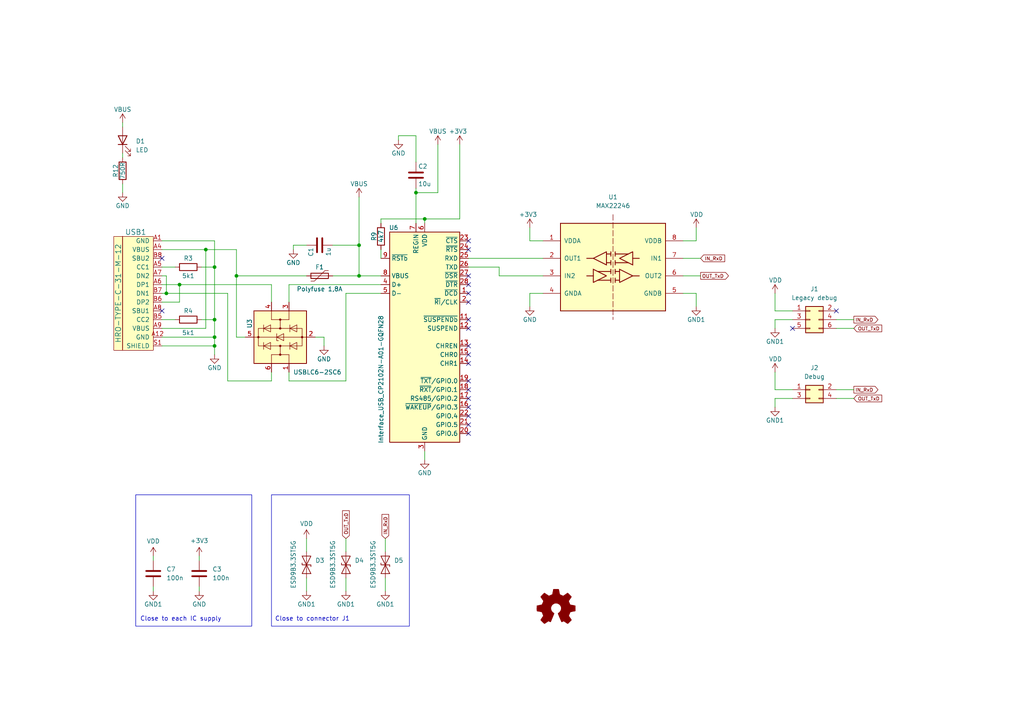
<source format=kicad_sch>
(kicad_sch (version 20231120) (generator "eeschema") (generator_version "8.0")
  (paper "A4")
  (title_block (title "Galvanic isolated USB to serial TTL converter") (rev "1") (company "Anders Sandahl"))
  (lib_symbols
    (symbol "Connector_Generic:Conn_02x02_Odd_Even" (pin_names (offset 1.016) hide)
      (property "Reference" "J" (at 1.27 2.54 0))
      (property "Value" "Conn_02x02_Odd_Even" (at 1.27 -5.08 0))
      (symbol "Conn_02x02_Odd_Even_1_1"
        (rectangle (start -1.27 -2.413) (end 0 -2.667) (stroke (width 0.1524)))
        (rectangle (start -1.27 0.127) (end 0 -0.127) (stroke (width 0.1524)))
        (rectangle (start -1.27 1.27) (end 3.81 -3.81) (stroke (width 0.254)) (fill (type background)))
        (rectangle (start 3.81 -2.413) (end 2.54 -2.667) (stroke (width 0.1524)))
        (rectangle (start 3.81 0.127) (end 2.54 -0.127) (stroke (width 0.1524)))
        (pin passive line (at -5.08 0 0) (length 3.81) (name "Pin_1") (number "1"))
        (pin passive line (at 7.62 0 180) (length 3.81) (name "Pin_2") (number "2"))
        (pin passive line (at -5.08 -2.54 0) (length 3.81) (name "Pin_3") (number "3"))
        (pin passive line (at 7.62 -2.54 180) (length 3.81) (name "Pin_4") (number "4"))
      )
    )
    (symbol "Connector_Generic:Conn_02x03_Odd_Even" (pin_names (offset 1.016) hide)
      (property "Reference" "J" (at 1.27 5.08 0))
      (property "Value" "Conn_02x03_Odd_Even" (at 1.27 -5.08 0))
      (symbol "Conn_02x03_Odd_Even_1_1"
        (rectangle (start -1.27 -2.413) (end 0 -2.667) (stroke (width 0.1524)))
        (rectangle (start -1.27 0.127) (end 0 -0.127) (stroke (width 0.1524)))
        (rectangle (start -1.27 2.667) (end 0 2.413) (stroke (width 0.1524)))
        (rectangle (start -1.27 3.81) (end 3.81 -3.81) (stroke (width 0.254)) (fill (type background)))
        (rectangle (start 3.81 -2.413) (end 2.54 -2.667) (stroke (width 0.1524)))
        (rectangle (start 3.81 0.127) (end 2.54 -0.127) (stroke (width 0.1524)))
        (rectangle (start 3.81 2.667) (end 2.54 2.413) (stroke (width 0.1524)))
        (pin passive line (at -5.08 2.54 0) (length 3.81) (name "Pin_1") (number "1"))
        (pin passive line (at 7.62 2.54 180) (length 3.81) (name "Pin_2") (number "2"))
        (pin passive line (at -5.08 0 0) (length 3.81) (name "Pin_3") (number "3"))
        (pin passive line (at 7.62 0 180) (length 3.81) (name "Pin_4") (number "4"))
        (pin passive line (at -5.08 -2.54 0) (length 3.81) (name "Pin_5") (number "5"))
        (pin passive line (at 7.62 -2.54 180) (length 3.81) (name "Pin_6") (number "6"))
      )
    )
    (symbol "Daldebug01-rescue:CP2102N-A01-GQFN28-Interface_USB"
      (property "Reference" "U" (at -7.62 31.75 0))
      (property "Value" "Interface_USB_CP2102N-A01-GQFN28" (at 26.67 31.75 0))
      (symbol "CP2102N-A01-GQFN28-Interface_USB_0_1"
        (rectangle (start -10.16 30.48) (end 10.16 -30.48) (stroke (width 0.254)) (fill (type background)))
      )
      (symbol "CP2102N-A01-GQFN28-Interface_USB_1_1"
        (pin input line (at 12.7 12.7 180) (length 2.54) (name "~{DCD}") (number "1"))
        (pin no_connect line (at -10.16 -10.16 0) (length 2.54) hide (name "NC") (number "10"))
        (pin output line (at 12.7 5.08 180) (length 2.54) (name "~{SUSPENDb}") (number "11"))
        (pin output line (at 12.7 2.54 180) (length 2.54) (name "SUSPEND") (number "12"))
        (pin output line (at 12.7 -2.54 180) (length 2.54) (name "CHREN") (number "13"))
        (pin output line (at 12.7 -7.62 180) (length 2.54) (name "CHR1") (number "14"))
        (pin output line (at 12.7 -5.08 180) (length 2.54) (name "CHR0") (number "15"))
        (pin bidirectional line (at 12.7 -20.32 180) (length 2.54) (name "~{WAKEUP}/GPIO.3") (number "16"))
        (pin bidirectional line (at 12.7 -17.78 180) (length 2.54) (name "RS485/GPIO.2") (number "17"))
        (pin bidirectional line (at 12.7 -15.24 180) (length 2.54) (name "~{RXT}/GPIO.1") (number "18"))
        (pin bidirectional line (at 12.7 -12.7 180) (length 2.54) (name "~{TXT}/GPIO.0") (number "19"))
        (pin bidirectional line (at 12.7 10.16 180) (length 2.54) (name "~{RI}/CLK") (number "2"))
        (pin bidirectional line (at 12.7 -27.94 180) (length 2.54) (name "GPIO.6") (number "20"))
        (pin bidirectional line (at 12.7 -25.4 180) (length 2.54) (name "GPIO.5") (number "21"))
        (pin bidirectional line (at 12.7 -22.86 180) (length 2.54) (name "GPIO.4") (number "22"))
        (pin input line (at 12.7 27.94 180) (length 2.54) (name "~{CTS}") (number "23"))
        (pin output line (at 12.7 25.4 180) (length 2.54) (name "~{RTS}") (number "24"))
        (pin input line (at 12.7 22.86 180) (length 2.54) (name "RXD") (number "25"))
        (pin output line (at 12.7 20.32 180) (length 2.54) (name "TXD") (number "26"))
        (pin input line (at 12.7 17.78 180) (length 2.54) (name "~{DSR}") (number "27"))
        (pin output line (at 12.7 15.24 180) (length 2.54) (name "~{DTR}") (number "28"))
        (pin passive line (at 0 -33.02 90) (length 2.54) hide (name "GND") (number "29"))
        (pin power_in line (at 0 -33.02 90) (length 2.54) (name "GND") (number "3"))
        (pin bidirectional line (at -12.7 15.24 0) (length 2.54) (name "D+") (number "4"))
        (pin bidirectional line (at -12.7 12.7 0) (length 2.54) (name "D-") (number "5"))
        (pin passive line (at 0 33.02 270) (length 2.54) (name "VDD") (number "6"))
        (pin power_in line (at -2.54 33.02 270) (length 2.54) (name "REGIN") (number "7"))
        (pin input line (at -12.7 17.78 0) (length 2.54) (name "VBUS") (number "8"))
        (pin input line (at -12.7 22.86 0) (length 2.54) (name "~{RSTb}") (number "9"))
      )
    )
    (symbol "Device:C" (pin_numbers hide) (pin_names (offset 0.254))
      (property "Reference" "C" (at 0.635 2.54 0))
      (property "Value" "C" (at 0.635 -2.54 0))
      (symbol "C_0_1"
        (polyline (pts (xy -2.032 -0.762) (xy 2.032 -0.762)) (stroke (width 0.508)))
        (polyline (pts (xy -2.032 0.762) (xy 2.032 0.762)) (stroke (width 0.508)))
      )
      (symbol "C_1_1"
        (pin passive line (at 0 3.81 270) (length 2.794) (name "~") (number "1"))
        (pin passive line (at 0 -3.81 90) (length 2.794) (name "~") (number "2"))
      )
    )
    (symbol "Device:LED" (pin_numbers hide) (pin_names (offset 1.016) hide)
      (property "Reference" "D" (at 0 2.54 0))
      (property "Value" "LED" (at 0 -2.54 0))
      (symbol "LED_0_1"
        (polyline (pts (xy -1.27 -1.27) (xy -1.27 1.27)) (stroke (width 0.254)))
        (polyline (pts (xy -1.27 0) (xy 1.27 0)))
        (polyline (pts (xy 1.27 -1.27) (xy 1.27 1.27) (xy -1.27 0) (xy 1.27 -1.27)) (stroke (width 0.254)))
        (polyline (pts (xy -3.048 -0.762) (xy -4.572 -2.286) (xy -3.81 -2.286) (xy -4.572 -2.286) (xy -4.572 -1.524)))
        (polyline (pts (xy -1.778 -0.762) (xy -3.302 -2.286) (xy -2.54 -2.286) (xy -3.302 -2.286) (xy -3.302 -1.524)))
      )
      (symbol "LED_1_1"
        (pin passive line (at -3.81 0 0) (length 2.54) (name "K") (number "1"))
        (pin passive line (at 3.81 0 180) (length 2.54) (name "A") (number "2"))
      )
    )
    (symbol "Device:Polyfuse" (pin_numbers hide) (pin_names (offset 0))
      (property "Reference" "F" (at -2.54 0 90))
      (property "Value" "Polyfuse" (at 2.54 0 90))
      (symbol "Polyfuse_0_1"
        (rectangle (start -0.762 2.54) (end 0.762 -2.54) (stroke (width 0.254)))
        (polyline (pts (xy 0 2.54) (xy 0 -2.54)))
        (polyline (pts (xy -1.524 2.54) (xy -1.524 1.524) (xy 1.524 -1.524) (xy 1.524 -2.54)))
      )
      (symbol "Polyfuse_1_1"
        (pin passive line (at 0 3.81 270) (length 1.27) (name "~") (number "1"))
        (pin passive line (at 0 -3.81 90) (length 1.27) (name "~") (number "2"))
      )
    )
    (symbol "Device:R" (pin_numbers hide) (pin_names (offset 0))
      (property "Reference" "R" (at 2.032 0 90))
      (property "Value" "R" (at 0 0 90))
      (symbol "R_0_1"
        (rectangle (start -1.016 -2.54) (end 1.016 2.54) (stroke (width 0.254)))
      )
      (symbol "R_1_1"
        (pin passive line (at 0 3.81 270) (length 1.27) (name "~") (number "1"))
        (pin passive line (at 0 -3.81 90) (length 1.27) (name "~") (number "2"))
      )
    )
    (symbol "Diode:ESD9B3.3ST5G" (pin_numbers hide) (pin_names (offset 1.016) hide)
      (property "Reference" "D" (at 0 2.54 0))
      (property "Value" "ESD9B3.3ST5G" (at 0 -2.54 0))
      (symbol "ESD9B3.3ST5G_0_1"
        (polyline (pts (xy 1.27 0) (xy -1.27 0)))
        (polyline (pts (xy -2.54 -1.27) (xy 0 0) (xy -2.54 1.27) (xy -2.54 -1.27)) (stroke (width 0.2032)))
        (polyline (pts (xy 0.508 1.27) (xy 0 1.27) (xy 0 -1.27) (xy -0.508 -1.27)) (stroke (width 0.2032)))
        (polyline (pts (xy 2.54 1.27) (xy 2.54 -1.27) (xy 0 0) (xy 2.54 1.27)) (stroke (width 0.2032)))
      )
      (symbol "ESD9B3.3ST5G_1_1"
        (pin passive line (at -3.81 0 0) (length 2.54) (name "A1") (number "1"))
        (pin passive line (at 3.81 0 180) (length 2.54) (name "A2") (number "2"))
      )
    )
    (symbol "Graphic:Logo_Open_Hardware_Small" (in_bom no) (on_board no)
      (symbol "Logo_Open_Hardware_Small_0_1"
        (polyline (pts (xy 3.3528 -4.3434) (xy 3.302 -4.318) (xy 3.175 -4.2418) (xy 2.9972 -4.1148) (xy 2.7686 -3.9624) (xy 2.54 -3.81) (xy 2.3622 -3.7084) (xy 2.2352 -3.6068) (xy 2.1844 -3.5814) (xy 2.159 -3.6068) (xy 2.0574 -3.6576) (xy 1.905 -3.7338) (xy 1.8034 -3.7846) (xy 1.6764 -3.8354) (xy 1.6002 -3.8354) (xy 1.6002 -3.8354) (xy 1.5494 -3.7338) (xy 1.4732 -3.5306) (xy 1.3462 -3.302) (xy 1.2446 -3.0226) (xy 1.1176 -2.7178) (xy 0.9652 -2.413) (xy 0.8636 -2.1082) (xy 0.7366 -1.8288) (xy 0.6604 -1.6256) (xy 0.6096 -1.4732) (xy 0.5842 -1.397) (xy 0.5842 -1.397) (xy 0.6604 -1.3208) (xy 0.7874 -1.2446) (xy 1.0414 -1.016) (xy 1.2954 -0.6858) (xy 1.4478 -0.3302) (xy 1.524 0.0762) (xy 1.4732 0.4572) (xy 1.3208 0.8128) (xy 1.0668 1.143) (xy 0.762 1.3716) (xy 0.4064 1.524) (xy 0 1.5748) (xy -0.381 1.5494) (xy -0.7366 1.397) (xy -1.0668 1.143) (xy -1.2192 0.9906) (xy -1.397 0.6604) (xy -1.524 0.3048) (xy -1.524 0.2286) (xy -1.4986 -0.1778) (xy -1.397 -0.5334) (xy -1.1938 -0.8636) (xy -0.9144 -1.143) (xy -0.8636 -1.1684) (xy -0.7366 -1.27) (xy -0.635 -1.3462) (xy -0.5842 -1.397) (xy -1.0668 -2.5908) (xy -1.143 -2.794) (xy -1.2954 -3.1242) (xy -1.397 -3.4036) (xy -1.4986 -3.6322) (xy -1.5748 -3.7846) (xy -1.6002 -3.8354) (xy -1.6002 -3.8354) (xy -1.651 -3.8354) (xy -1.7272 -3.81) (xy -1.905 -3.7338) (xy -2.0066 -3.683) (xy -2.1336 -3.6068) (xy -2.2098 -3.5814) (xy -2.2606 -3.6068) (xy -2.3622 -3.683) (xy -2.54 -3.81) (xy -2.7686 -3.9624) (xy -2.9718 -4.0894) (xy -3.1496 -4.2164) (xy -3.302 -4.318) (xy -3.3528 -4.3434) (xy -3.3782 -4.3434) (xy -3.429 -4.318) (xy -3.5306 -4.2164) (xy -3.7084 -4.064) (xy -3.937 -3.8354) (xy -3.9624 -3.81) (xy -4.1656 -3.6068) (xy -4.318 -3.4544) (xy -4.4196 -3.3274) (xy -4.445 -3.2766) (xy -4.445 -3.2766) (xy -4.4196 -3.2258) (xy -4.318 -3.0734) (xy -4.2164 -2.8956) (xy -4.064 -2.667) (xy -3.6576 -2.0828) (xy -3.8862 -1.5494) (xy -3.937 -1.3716) (xy -4.0386 -1.1684) (xy -4.0894 -1.0414) (xy -4.1148 -0.9652) (xy -4.191 -0.9398) (xy -4.318 -0.9144) (xy -4.5466 -0.8636) (xy -4.8006 -0.8128) (xy -5.0546 -0.7874) (xy -5.2578 -0.7366) (xy -5.4356 -0.7112) (xy -5.5118 -0.6858) (xy -5.5118 -0.6858) (xy -5.5372 -0.635) (xy -5.5372 -0.5588) (xy -5.5372 -0.4318) (xy -5.5626 -0.2286) (xy -5.5626 0.0762) (xy -5.5626 0.127) (xy -5.5372 0.4064) (xy -5.5372 0.635) (xy -5.5372 0.762) (xy -5.5372 0.8382) (xy -5.5372 0.8382) (xy -5.461 0.8382) (xy -5.3086 0.889) (xy -5.08 0.9144) (xy -4.826 0.9652) (xy -4.8006 0.9906) (xy -4.5466 1.0414) (xy -4.318 1.0668) (xy -4.1656 1.1176) (xy -4.0894 1.143) (xy -4.0894 1.143) (xy -4.0386 1.2446) (xy -3.9624 1.4224) (xy -3.8608 1.6256) (xy -3.7846 1.8288) (xy -3.7084 2.0066) (xy -3.6576 2.159) (xy -3.6322 2.2098) (xy -3.6322 2.2098) (xy -3.683 2.286) (xy -3.7592 2.413) (xy -3.8862 2.5908) (xy -4.064 2.8194) (xy -4.064 2.8448) (xy -4.2164 3.0734) (xy -4.3434 3.2512) (xy -4.4196 3.3782) (xy -4.445 3.4544) (xy -4.445 3.4544) (xy -4.3942 3.5052) (xy -4.2926 3.6322) (xy -4.1148 3.81) (xy -3.937 4.0132) (xy -3.8608 4.064) (xy -3.6576 4.2926) (xy -3.5052 4.4196) (xy -3.4036 4.4958) (xy -3.3528 4.5212) (xy -3.3528 4.5212) (xy -3.302 4.4704) (xy -3.1496 4.3688) (xy -2.9718 4.2418) (xy -2.7432 4.0894) (xy -2.7178 4.0894) (xy -2.4892 3.937) (xy -2.3114 3.81) (xy -2.1844 3.7084) (xy -2.1336 3.683) (xy -2.1082 3.683) (xy -2.032 3.7084) (xy -1.8542 3.7592) (xy -1.6764 3.8354) (xy -1.4732 3.937) (xy -1.27 4.0132) (xy -1.143 4.064) (xy -1.0668 4.1148) (xy -1.0668 4.1148) (xy -1.0414 4.191) (xy -1.016 4.3434) (xy -0.9652 4.572) (xy -0.9144 4.8514) (xy -0.889 4.9022) (xy -0.8382 5.1562) (xy -0.8128 5.3848) (xy -0.7874 5.5372) (xy -0.762 5.588) (xy -0.7112 5.6134) (xy -0.5842 5.6134) (xy -0.4064 5.6134) (xy -0.1524 5.6134) (xy 0.0762 5.6134) (xy 0.3302 5.6134) (xy 0.5334 5.6134) (xy 0.6858 5.588) (xy 0.7366 5.588) (xy 0.7366 5.588) (xy 0.762 5.5118) (xy 0.8128 5.334) (xy 0.8382 5.1054) (xy 0.9144 4.826) (xy 0.9144 4.7752) (xy 0.9652 4.5212) (xy 1.016 4.2926) (xy 1.0414 4.1402) (xy 1.0668 4.0894) (xy 1.0668 4.0894) (xy 1.1938 4.0386) (xy 1.3716 3.9624) (xy 1.5748 3.8608) (xy 2.0828 3.6576) (xy 2.7178 4.0894) (xy 2.7686 4.1402) (xy 2.9972 4.2926) (xy 3.175 4.4196) (xy 3.302 4.4958) (xy 3.3782 4.5212) (xy 3.3782 4.5212) (xy 3.429 4.4704) (xy 3.556 4.3434) (xy 3.7338 4.191) (xy 3.9116 3.9878) (xy 4.064 3.8354) (xy 4.2418 3.6576) (xy 4.3434 3.556) (xy 4.4196 3.4798) (xy 4.4196 3.429) (xy 4.4196 3.4036) (xy 4.3942 3.3274) (xy 4.2926 3.2004) (xy 4.1656 2.9972) (xy 4.0132 2.794) (xy 3.8862 2.5908) (xy 3.7592 2.3876) (xy 3.6576 2.2352) (xy 3.6322 2.159) (xy 3.6322 2.1336) (xy 3.683 2.0066) (xy 3.7592 1.8288) (xy 3.8608 1.6002) (xy 4.064 1.1176) (xy 4.3942 1.0414) (xy 4.5974 1.016) (xy 4.8768 0.9652) (xy 5.1308 0.9144) (xy 5.5372 0.8382) (xy 5.5626 -0.6604) (xy 5.4864 -0.6858) (xy 5.4356 -0.6858) (xy 5.2832 -0.7366) (xy 5.0546 -0.762) (xy 4.8006 -0.8128) (xy 4.5974 -0.8636) (xy 4.3688 -0.9144) (xy 4.2164 -0.9398) (xy 4.1402 -0.9398) (xy 4.1148 -0.9652) (xy 4.064 -1.0668) (xy 3.9878 -1.2446) (xy 3.9116 -1.4478) (xy 3.81 -1.651) (xy 3.7338 -1.8542) (xy 3.683 -2.0066) (xy 3.6576 -2.0828) (xy 3.683 -2.1336) (xy 3.7846 -2.2606) (xy 3.8862 -2.4638) (xy 4.0386 -2.667) (xy 4.191 -2.8956) (xy 4.318 -3.0734) (xy 4.3942 -3.2004) (xy 4.445 -3.2766) (xy 4.4196 -3.3274) (xy 4.3434 -3.429) (xy 4.1656 -3.5814) (xy 3.937 -3.8354) (xy 3.8862 -3.8608) (xy 3.683 -4.064) (xy 3.5306 -4.2164) (xy 3.4036 -4.318) (xy 3.3528 -4.3434)) (fill (type outline)))
      )
    )
    (symbol "Power_Protection:USBLC6-2SC6" (pin_names hide)
      (property "Reference" "U" (at 2.54 8.89 0))
      (property "Value" "USBLC6-2SC6" (at 2.54 -8.89 0))
      (symbol "USBLC6-2SC6_0_1"
        (rectangle (start -7.62 -7.62) (end 7.62 7.62) (stroke (width 0.254)) (fill (type background)))
        (circle (center -5.08 0) (radius 0.254) (fill (type outline)))
        (circle (center -2.54 0) (radius 0.254) (fill (type outline)))
        (rectangle (start -2.54 6.35) (end 2.54 -6.35))
        (circle (center 0 -6.35) (radius 0.254) (fill (type outline)))
        (polyline (pts (xy -5.08 -2.54) (xy -7.62 -2.54)))
        (polyline (pts (xy -5.08 0) (xy -5.08 -2.54)))
        (polyline (pts (xy -5.08 2.54) (xy -7.62 2.54)))
        (polyline (pts (xy -1.524 -2.794) (xy -3.556 -2.794)))
        (polyline (pts (xy -1.524 4.826) (xy -3.556 4.826)))
        (polyline (pts (xy 0 -7.62) (xy 0 -6.35)))
        (polyline (pts (xy 0 -6.35) (xy 0 1.27)))
        (polyline (pts (xy 0 1.27) (xy 0 6.35)))
        (polyline (pts (xy 0 6.35) (xy 0 7.62)))
        (polyline (pts (xy 1.524 -2.794) (xy 3.556 -2.794)))
        (polyline (pts (xy 1.524 4.826) (xy 3.556 4.826)))
        (polyline (pts (xy 5.08 -2.54) (xy 7.62 -2.54)))
        (polyline (pts (xy 5.08 0) (xy 5.08 -2.54)))
        (polyline (pts (xy 5.08 2.54) (xy 7.62 2.54)))
        (polyline (pts (xy -2.54 0) (xy -5.08 0) (xy -5.08 2.54)))
        (polyline (pts (xy 2.54 0) (xy 5.08 0) (xy 5.08 2.54)))
        (polyline (pts (xy -3.556 -4.826) (xy -1.524 -4.826) (xy -2.54 -2.794) (xy -3.556 -4.826)))
        (polyline (pts (xy -3.556 2.794) (xy -1.524 2.794) (xy -2.54 4.826) (xy -3.556 2.794)))
        (polyline (pts (xy -1.016 -1.016) (xy 1.016 -1.016) (xy 0 1.016) (xy -1.016 -1.016)))
        (polyline (pts (xy 1.016 1.016) (xy 0.762 1.016) (xy -1.016 1.016) (xy -1.016 0.508)))
        (polyline (pts (xy 3.556 -4.826) (xy 1.524 -4.826) (xy 2.54 -2.794) (xy 3.556 -4.826)))
        (polyline (pts (xy 3.556 2.794) (xy 1.524 2.794) (xy 2.54 4.826) (xy 3.556 2.794)))
        (circle (center 0 6.35) (radius 0.254) (fill (type outline)))
        (circle (center 2.54 0) (radius 0.254) (fill (type outline)))
        (circle (center 5.08 0) (radius 0.254) (fill (type outline)))
      )
      (symbol "USBLC6-2SC6_1_1"
        (pin passive line (at -10.16 -2.54 0) (length 2.54) (name "I/O1") (number "1"))
        (pin passive line (at 0 -10.16 90) (length 2.54) (name "GND") (number "2"))
        (pin passive line (at 10.16 -2.54 180) (length 2.54) (name "I/O2") (number "3"))
        (pin passive line (at 10.16 2.54 180) (length 2.54) (name "I/O2") (number "4"))
        (pin passive line (at 0 10.16 270) (length 2.54) (name "VBUS") (number "5"))
        (pin passive line (at -10.16 2.54 0) (length 2.54) (name "I/O1") (number "6"))
      )
    )
    (symbol "anders:HRO-TYPE-C-31-M-12" (pin_names (offset 1.016))
      (property "Reference" "USB" (at -5.08 16.51 0))
      (property "Value" "HRO-TYPE-C-31-M-12" (at -10.16 -1.27 90))
      (symbol "HRO-TYPE-C-31-M-12_0_1"
        (rectangle (start -11.43 15.24) (end -8.89 -17.78) (fill (type background)))
        (rectangle (start -8.89 15.24) (end 0 -17.78) (fill (type background)))
      )
      (symbol "HRO-TYPE-C-31-M-12_1_1"
        (pin power_out line (at 2.54 13.97 180) (length 2.54) (name "GND") (number "A1"))
        (pin power_out line (at 2.54 -13.97 180) (length 2.54) (name "GND") (number "A12"))
        (pin power_out line (at 2.54 11.43 180) (length 2.54) (name "VBUS") (number "A4"))
        (pin input line (at 2.54 6.35 180) (length 2.54) (name "CC1") (number "A5"))
        (pin bidirectional line (at 2.54 1.27 180) (length 2.54) (name "DP1") (number "A6"))
        (pin bidirectional line (at 2.54 3.81 180) (length 2.54) (name "DN2") (number "A7"))
        (pin input line (at 2.54 -6.35 180) (length 2.54) (name "SBU1") (number "A8"))
        (pin power_out line (at 2.54 -11.43 180) (length 2.54) (name "VBUS") (number "A9"))
        (pin input line (at 2.54 -8.89 180) (length 2.54) (name "CC2") (number "B5"))
        (pin input line (at 2.54 -3.81 180) (length 2.54) (name "DP2") (number "B6"))
        (pin bidirectional line (at 2.54 -1.27 180) (length 2.54) (name "DN1") (number "B7"))
        (pin input line (at 2.54 8.89 180) (length 2.54) (name "SBU2") (number "B8"))
        (pin input line (at 2.54 -16.51 180) (length 2.54) (name "SHIELD") (number "S1"))
      )
    )
    (symbol "anders:MAX22246" (pin_names (offset 1.016))
      (property "Reference" "U" (at -2.54 15.875 0))
      (property "Value" "MAX22246" (at -2.54 13.97 0))
      (symbol "MAX22246_0_1"
        (rectangle (start -15.24 12.7) (end 15.24 -12.7) (stroke (width 0.254)) (fill (type background)))
        (polyline (pts (xy -7.62 2.54) (xy -5.715 2.54)) (stroke (width 0.254)))
        (polyline (pts (xy -5.715 -2.54) (xy -7.62 -2.54)) (stroke (width 0.254)))
        (polyline (pts (xy -4.445 -3.81) (xy -0.635 -3.81)) (stroke (width 0.254)))
        (polyline (pts (xy -4.445 -1.27) (xy -0.635 -1.27)) (stroke (width 0.254)))
        (polyline (pts (xy -1.905 1.27) (xy -0.635 1.27)) (stroke (width 0.254)))
        (polyline (pts (xy -1.905 3.81) (xy -0.635 3.81)) (stroke (width 0.254)))
        (polyline (pts (xy -0.635 -4.445) (xy -0.635 -3.175)) (stroke (width 0.254)))
        (polyline (pts (xy -0.635 -1.905) (xy -0.635 -0.635)) (stroke (width 0.254)))
        (polyline (pts (xy -0.635 0.635) (xy -0.635 1.905)) (stroke (width 0.254)))
        (polyline (pts (xy -0.635 3.175) (xy -0.635 4.445)) (stroke (width 0.254)))
        (polyline (pts (xy 0.635 -3.175) (xy 0.635 -4.445)) (stroke (width 0.254)))
        (polyline (pts (xy 0.635 -0.635) (xy 0.635 -1.905)) (stroke (width 0.254)))
        (polyline (pts (xy 0.635 1.905) (xy 0.635 0.635)) (stroke (width 0.254)))
        (polyline (pts (xy 0.635 4.445) (xy 0.635 3.175)) (stroke (width 0.254)))
        (polyline (pts (xy 1.905 -3.81) (xy 0.635 -3.81)) (stroke (width 0.254)))
        (polyline (pts (xy 1.905 -1.27) (xy 0.635 -1.27)) (stroke (width 0.254)))
        (polyline (pts (xy 4.445 1.27) (xy 0.635 1.27)) (stroke (width 0.254)))
        (polyline (pts (xy 4.445 3.81) (xy 0.635 3.81)) (stroke (width 0.254)))
        (polyline (pts (xy 5.715 2.54) (xy 7.62 2.54)) (stroke (width 0.254)))
        (polyline (pts (xy 7.62 -2.54) (xy 5.715 -2.54)) (stroke (width 0.254)))
        (polyline (pts (xy -5.715 -0.635) (xy -5.715 -4.445) (xy -1.905 -2.54) (xy -5.715 -0.635)) (stroke (width 0.254)))
        (polyline (pts (xy -1.905 0.635) (xy -1.905 4.445) (xy -5.715 2.54) (xy -1.905 0.635)) (stroke (width 0.254)))
        (polyline (pts (xy 1.905 -0.635) (xy 1.905 -4.445) (xy 5.715 -2.54) (xy 1.905 -0.635)) (stroke (width 0.254)))
        (polyline (pts (xy 5.715 0.635) (xy 5.715 4.445) (xy 1.905 2.54) (xy 5.715 0.635)) (stroke (width 0.254)))
      )
      (symbol "MAX22246_1_1"
        (polyline (pts (xy 0 15.24) (xy 0 -15.24)) (stroke (width 0) (type dash)))
        (pin power_in line (at -20.32 7.62 0) (length 5.08) (name "VDDA") (number "1"))
        (pin output line (at -20.32 2.54 0) (length 5.08) (name "OUT1") (number "2"))
        (pin input line (at -20.32 -2.54 0) (length 5.08) (name "IN2") (number "3"))
        (pin power_in line (at -20.32 -7.62 0) (length 5.08) (name "GNDA") (number "4"))
        (pin power_in line (at 20.32 -7.62 180) (length 5.08) (name "GNDB") (number "5"))
        (pin output line (at 20.32 -2.54 180) (length 5.08) (name "OUT2") (number "6"))
        (pin input line (at 20.32 2.54 180) (length 5.08) (name "IN1") (number "7"))
        (pin power_in line (at 20.32 7.62 180) (length 5.08) (name "VDDB") (number "8"))
      )
    )
    (symbol "power:+3V3" (power) (pin_names (offset 0))
      (property "Value" "+3V3" (at 0 3.556 0))
      (symbol "+3V3_0_1"
        (polyline (pts (xy -0.762 1.27) (xy 0 2.54)))
        (polyline (pts (xy 0 0) (xy 0 2.54)))
        (polyline (pts (xy 0 2.54) (xy 0.762 1.27)))
      )
      (symbol "+3V3_1_1"
        (pin power_in line (at 0 0 90) (length 0) hide (name "+3V3") (number "1"))
      )
    )
    (symbol "power:GND" (power) (pin_names (offset 0))
      (property "Value" "GND" (at 0 -3.81 0))
      (symbol "GND_0_1"
        (polyline (pts (xy 0 0) (xy 0 -1.27) (xy 1.27 -1.27) (xy 0 -2.54) (xy -1.27 -1.27) (xy 0 -1.27)))
      )
      (symbol "GND_1_1"
        (pin power_in line (at 0 0 270) (length 0) hide (name "GND") (number "1"))
      )
    )
    (symbol "power:GND1" (power) (pin_names (offset 0))
      (property "Value" "GND1" (at 0 -3.81 0))
      (symbol "GND1_0_1"
        (polyline (pts (xy 0 0) (xy 0 -1.27) (xy 1.27 -1.27) (xy 0 -2.54) (xy -1.27 -1.27) (xy 0 -1.27)))
      )
      (symbol "GND1_1_1"
        (pin power_in line (at 0 0 270) (length 0) hide (name "GND1") (number "1"))
      )
    )
    (symbol "power:VBUS" (power) (pin_names (offset 0))
      (property "Value" "VBUS" (at 0 3.81 0))
      (symbol "VBUS_0_1"
        (polyline (pts (xy -0.762 1.27) (xy 0 2.54)))
        (polyline (pts (xy 0 0) (xy 0 2.54)))
        (polyline (pts (xy 0 2.54) (xy 0.762 1.27)))
      )
      (symbol "VBUS_1_1"
        (pin power_in line (at 0 0 90) (length 0) hide (name "VBUS") (number "1"))
      )
    )
    (symbol "power:VDD" (power) (pin_names (offset 0))
      (property "Value" "VDD" (at 0 3.81 0))
      (symbol "VDD_0_1"
        (polyline (pts (xy -0.762 1.27) (xy 0 2.54)))
        (polyline (pts (xy 0 0) (xy 0 2.54)))
        (polyline (pts (xy 0 2.54) (xy 0.762 1.27)))
      )
      (symbol "VDD_1_1"
        (pin power_in line (at 0 0 90) (length 0) hide (name "VDD") (number "1"))
      )
    )
  )
  (junction (at 120.65 55.88))
  (junction (at 104.14 71.12))
  (junction (at 59.69 72.39))
  (junction (at 104.14 80.01))
  (junction (at 48.26 85.09))
  (junction (at 62.23 92.71))
  (junction (at 62.23 77.47))
  (junction (at 62.23 100.33))
  (junction (at 68.58 80.01))
  (junction (at 123.19 63.5))
  (junction (at 52.07 82.55))
  (junction (at 62.23 97.79))
  (no_connect (at 135.89 123.19))
  (no_connect (at 135.89 82.55))
  (no_connect (at 135.89 80.01))
  (no_connect (at 135.89 113.03))
  (no_connect (at 135.89 118.11))
  (no_connect (at 135.89 105.41))
  (no_connect (at 135.89 100.33))
  (no_connect (at 135.89 95.25))
  (no_connect (at 135.89 102.87))
  (no_connect (at 46.99 90.17))
  (no_connect (at 135.89 85.09))
  (no_connect (at 135.89 87.63))
  (no_connect (at 135.89 115.57))
  (no_connect (at 242.57 90.17))
  (no_connect (at 135.89 69.85))
  (no_connect (at 229.87 95.25))
  (no_connect (at 135.89 72.39))
  (no_connect (at 135.89 120.65))
  (no_connect (at 135.89 92.71))
  (no_connect (at 135.89 125.73))
  (no_connect (at 135.89 110.49))
  (no_connect (at 46.99 74.93))
  (wire (pts (xy 88.9 167.64) (xy 88.9 171.45)))
  (wire (pts (xy 242.57 113.03) (xy 247.65 113.03)))
  (wire (pts (xy 104.14 80.01) (xy 110.49 80.01)))
  (wire (pts (xy 46.99 95.25) (xy 59.69 95.25)))
  (wire (pts (xy 224.79 115.57) (xy 224.79 118.11)))
  (wire (pts (xy 110.49 64.77) (xy 110.49 63.5)))
  (wire (pts (xy 127 41.91) (xy 127 55.88)))
  (wire (pts (xy 57.785 170.18) (xy 57.785 171.45)))
  (wire (pts (xy 52.07 87.63) (xy 52.07 82.55)))
  (wire (pts (xy 68.58 72.39) (xy 68.58 80.01)))
  (wire (pts (xy 62.23 97.79) (xy 62.23 100.33)))
  (wire (pts (xy 88.9 71.12) (xy 85.09 71.12)))
  (wire (pts (xy 144.78 80.01) (xy 144.78 77.47)))
  (wire (pts (xy 59.69 72.39) (xy 68.58 72.39)))
  (wire (pts (xy 224.79 92.71) (xy 229.87 92.71)))
  (wire (pts (xy 48.26 80.01) (xy 48.26 85.09)))
  (wire (pts (xy 224.79 113.03) (xy 229.87 113.03)))
  (wire (pts (xy 46.99 82.55) (xy 52.07 82.55)))
  (wire (pts (xy 242.57 92.71) (xy 247.65 92.71)))
  (wire (pts (xy 201.93 69.85) (xy 198.12 69.85)))
  (wire (pts (xy 115.57 39.37) (xy 115.57 40.64)))
  (wire (pts (xy 198.12 80.01) (xy 203.2 80.01)))
  (wire (pts (xy 62.23 92.71) (xy 62.23 97.79)))
  (wire (pts (xy 123.19 130.81) (xy 123.19 133.35)))
  (wire (pts (xy 104.14 71.12) (xy 104.14 80.01)))
  (wire (pts (xy 110.49 74.93) (xy 110.49 72.39)))
  (wire (pts (xy 91.44 97.79) (xy 93.98 97.79)))
  (wire (pts (xy 58.42 92.71) (xy 62.23 92.71)))
  (wire (pts (xy 59.69 72.39) (xy 59.69 95.25)))
  (wire (pts (xy 93.98 97.79) (xy 93.98 100.33)))
  (wire (pts (xy 96.52 80.01) (xy 104.14 80.01)))
  (wire (pts (xy 153.67 69.85) (xy 157.48 69.85)))
  (wire (pts (xy 46.99 72.39) (xy 59.69 72.39)))
  (wire (pts (xy 62.23 69.85) (xy 62.23 77.47)))
  (wire (pts (xy 110.49 63.5) (xy 123.19 63.5)))
  (wire (pts (xy 46.99 85.09) (xy 48.26 85.09)))
  (wire (pts (xy 120.65 39.37) (xy 120.65 46.99)))
  (wire (pts (xy 201.93 85.09) (xy 201.93 88.9)))
  (wire (pts (xy 153.67 66.04) (xy 153.67 69.85)))
  (wire (pts (xy 35.56 35.56) (xy 35.56 36.83)))
  (wire (pts (xy 127 55.88) (xy 120.65 55.88)))
  (wire (pts (xy 88.9 156.21) (xy 88.9 160.02)))
  (wire (pts (xy 66.04 85.09) (xy 66.04 110.49)))
  (wire (pts (xy 115.57 39.37) (xy 120.65 39.37)))
  (wire (pts (xy 52.07 82.55) (xy 78.74 82.55)))
  (wire (pts (xy 133.35 41.91) (xy 133.35 63.5)))
  (wire (pts (xy 44.45 161.29) (xy 44.45 162.56)))
  (wire (pts (xy 157.48 80.01) (xy 144.78 80.01)))
  (wire (pts (xy 68.58 80.01) (xy 68.58 97.79)))
  (wire (pts (xy 46.99 77.47) (xy 50.8 77.47)))
  (wire (pts (xy 85.09 71.12) (xy 85.09 72.39)))
  (wire (pts (xy 68.58 97.79) (xy 71.12 97.79)))
  (wire (pts (xy 100.33 167.64) (xy 100.33 171.45)))
  (wire (pts (xy 46.99 87.63) (xy 52.07 87.63)))
  (wire (pts (xy 68.58 80.01) (xy 88.9 80.01)))
  (wire (pts (xy 100.33 85.09) (xy 110.49 85.09)))
  (wire (pts (xy 153.67 85.09) (xy 157.48 85.09)))
  (wire (pts (xy 224.79 90.17) (xy 229.87 90.17)))
  (wire (pts (xy 35.56 44.45) (xy 35.56 45.72)))
  (wire (pts (xy 78.74 82.55) (xy 78.74 87.63)))
  (wire (pts (xy 135.89 74.93) (xy 157.48 74.93)))
  (wire (pts (xy 120.65 55.88) (xy 120.65 64.77)))
  (wire (pts (xy 62.23 77.47) (xy 62.23 92.71)))
  (wire (pts (xy 224.79 85.09) (xy 224.79 90.17)))
  (wire (pts (xy 96.52 71.12) (xy 104.14 71.12)))
  (wire (pts (xy 46.99 69.85) (xy 62.23 69.85)))
  (wire (pts (xy 83.82 82.55) (xy 110.49 82.55)))
  (wire (pts (xy 83.82 110.49) (xy 100.33 110.49)))
  (wire (pts (xy 46.99 92.71) (xy 50.8 92.71)))
  (wire (pts (xy 135.89 77.47) (xy 144.78 77.47)))
  (wire (pts (xy 201.93 66.04) (xy 201.93 69.85)))
  (wire (pts (xy 133.35 63.5) (xy 123.19 63.5)))
  (wire (pts (xy 62.23 100.33) (xy 62.23 102.87)))
  (wire (pts (xy 46.99 80.01) (xy 48.26 80.01)))
  (wire (pts (xy 35.56 53.34) (xy 35.56 55.88)))
  (wire (pts (xy 104.14 57.15) (xy 104.14 71.12)))
  (wire (pts (xy 48.26 85.09) (xy 66.04 85.09)))
  (wire (pts (xy 100.33 85.09) (xy 100.33 110.49)))
  (wire (pts (xy 57.785 161.29) (xy 57.785 162.56)))
  (wire (pts (xy 123.19 63.5) (xy 123.19 64.77)))
  (wire (pts (xy 44.45 170.18) (xy 44.45 171.45)))
  (wire (pts (xy 224.79 115.57) (xy 229.87 115.57)))
  (wire (pts (xy 242.57 115.57) (xy 247.65 115.57)))
  (wire (pts (xy 242.57 95.25) (xy 247.65 95.25)))
  (wire (pts (xy 58.42 77.47) (xy 62.23 77.47)))
  (wire (pts (xy 46.99 97.79) (xy 62.23 97.79)))
  (wire (pts (xy 46.99 100.33) (xy 62.23 100.33)))
  (wire (pts (xy 78.74 110.49) (xy 78.74 107.95)))
  (wire (pts (xy 83.82 82.55) (xy 83.82 87.63)))
  (wire (pts (xy 198.12 74.93) (xy 203.2 74.93)))
  (wire (pts (xy 111.76 156.21) (xy 111.76 160.02)))
  (wire (pts (xy 111.76 167.64) (xy 111.76 171.45)))
  (wire (pts (xy 224.79 92.71) (xy 224.79 95.25)))
  (wire (pts (xy 66.04 110.49) (xy 78.74 110.49)))
  (wire (pts (xy 120.65 54.61) (xy 120.65 55.88)))
  (wire (pts (xy 100.33 156.21) (xy 100.33 160.02)))
  (wire (pts (xy 198.12 85.09) (xy 201.93 85.09)))
  (wire (pts (xy 153.67 85.09) (xy 153.67 88.9)))
  (wire (pts (xy 224.79 107.95) (xy 224.79 113.03)))
  (wire (pts (xy 83.82 110.49) (xy 83.82 107.95)))
  (rectangle (start 39.37 143.51) (end 73.025 181.61))
  (rectangle (start 78.74 143.51) (end 118.745 181.61))
  (text "Close to each IC supply" (at 40.64 180.34 0) (effects (font (size 1.27 1.27)) (justify left bottom)))
  (text "Close to connector J1" (at 79.756 180.34 0) (effects (font (size 1.27 1.27)) (justify left bottom)))
  (global_label "OUT_TxD" (shape input) (at 247.65 115.57 0) (effects (font (size 1 1))) (property "Intersheetrefs" "${INTERSHEET_REFS}" (effects (hide yes))))
  (global_label "IN_RxD" (shape input) (at 203.2 74.93 0) (effects (font (size 1 1))) (property "Intersheetrefs" "${INTERSHEET_REFS}" (effects (hide yes))))
  (global_label "OUT_TxD" (shape output) (at 203.2 80.01 0) (effects (font (size 1 1))) (property "Intersheetrefs" "${INTERSHEET_REFS}" (effects (hide yes))))
  (global_label "OUT_TxD" (shape input) (at 247.65 95.25 0) (effects (font (size 1 1))) (property "Intersheetrefs" "${INTERSHEET_REFS}" (effects (hide yes))))
  (global_label "IN_RxD" (shape output) (at 247.65 92.71 0) (effects (font (size 1 1))) (property "Intersheetrefs" "${INTERSHEET_REFS}" (effects (hide yes))))
  (global_label "IN_RxD" (shape output) (at 247.65 113.03 0) (effects (font (size 1 1))) (property "Intersheetrefs" "${INTERSHEET_REFS}" (effects (hide yes))))
  (global_label "OUT_TxD" (shape input) (at 100.33 156.21 90) (effects (font (size 1 1))) (property "Intersheetrefs" "${INTERSHEET_REFS}" (effects (hide yes))))
  (global_label "IN_RxD" (shape input) (at 111.76 156.21 90) (effects (font (size 1 1))) (property "Intersheetrefs" "${INTERSHEET_REFS}" (effects (hide yes))))
  (symbol (lib_id "Device:Polyfuse") (at 92.71 80.01 270) (unit 1)
    (property "Reference" "F1" (at 92.71 77.47 90))
    (property "Value" "Polyfuse 1,8A" (at 92.71 83.82 90))
    (property "Footprint" "Fuse:Fuse_1206_3216Metric" (effects (hide yes)))
  )
  (symbol (lib_id "power:GND") (at 62.23 102.87 0) (unit 1)
    (property "Reference" "#PWR05" (effects (hide yes)))
    (property "Value" "GND" (at 62.23 106.68 0))
  )
  (symbol (lib_id "Device:C") (at 120.65 50.8 0) (unit 1)
    (property "Reference" "C2" (at 121.285 48.26 0) (effects (justify left)))
    (property "Value" "10u" (at 121.285 53.34 0) (effects (justify left)))
    (property "Footprint" "Capacitor_SMD:C_0805_2012Metric" (effects (hide yes)))
  )
  (symbol (lib_id "power:GND") (at 115.57 40.64 0) (unit 1)
    (property "Reference" "#PWR015" (effects (hide yes)))
    (property "Value" "GND" (at 115.57 44.45 0))
  )
  (symbol (lib_id "Daldebug01-rescue:CP2102N-A01-GQFN28-Interface_USB") (at 123.19 97.79 0) (unit 1)
    (property "Reference" "U6" (at 115.57 66.04 0) (effects (justify right)))
    (property "Value" "Interface_USB_CP2102N-A01-GQFN28" (at 110.49 91.44 90) (effects (justify right)))
    (property "Footprint" "Package_DFN_QFN:QFN-28-1EP_5x5mm_P0.5mm_EP3.35x3.35mm" (effects (hide yes)))
  )
  (symbol (lib_id "Device:R") (at 110.49 68.58 180) (unit 1)
    (property "Reference" "R9" (at 108.458 68.58 90))
    (property "Value" "4k7" (at 110.49 68.58 90))
    (property "Footprint" "Resistor_SMD:R_0402_1005Metric" (effects (hide yes)))
  )
  (symbol (lib_id "power:GND") (at 123.19 133.35 0) (unit 1)
    (property "Reference" "#PWR017" (effects (hide yes)))
    (property "Value" "GND" (at 123.19 137.16 0))
  )
  (symbol (lib_id "Device:R") (at 54.61 77.47 270) (unit 1)
    (property "Reference" "R3" (at 54.61 74.93 90))
    (property "Value" "5k1" (at 54.61 80.01 90))
    (property "Footprint" "Resistor_SMD:R_0402_1005Metric" (effects (hide yes)))
  )
  (symbol (lib_id "Device:R") (at 54.61 92.71 270) (unit 1)
    (property "Reference" "R4" (at 54.61 90.17 90))
    (property "Value" "5k1" (at 54.61 96.52 90))
    (property "Footprint" "Resistor_SMD:R_0402_1005Metric" (effects (hide yes)))
  )
  (symbol (lib_id "Device:C") (at 92.71 71.12 90) (mirror x) (unit 1)
    (property "Reference" "C1" (at 90.17 71.755 0) (effects (justify left)))
    (property "Value" "1u" (at 95.25 71.755 0) (effects (justify left)))
    (property "Footprint" "Capacitor_SMD:C_0805_2012Metric" (effects (hide yes)))
  )
  (symbol (lib_id "power:GND") (at 85.09 72.39 0) (unit 1)
    (property "Reference" "#PWR08" (effects (hide yes)))
    (property "Value" "GND" (at 85.09 76.2 0))
  )
  (symbol (lib_id "power:VBUS") (at 104.14 57.15 0) (unit 1)
    (property "Reference" "#PWR012" (effects (hide yes)))
    (property "Value" "VBUS" (at 104.14 53.34 0))
  )
  (symbol (lib_id "Power_Protection:USBLC6-2SC6") (at 81.28 97.79 90) (unit 1)
    (property "Reference" "U3" (at 72.39 95.25 0) (effects (justify left)))
    (property "Value" "USBLC6-2SC6" (at 99.06 107.95 90) (effects (justify left)))
    (property "Footprint" "Package_TO_SOT_SMD:SOT-23-6" (effects (hide yes)))
    (property "Datasheet" "https://www.st.com/resource/en/datasheet/usblc6-2.pdf" (effects (hide yes)))
  )
  (symbol (lib_id "power:GND") (at 93.98 100.33 0) (unit 1)
    (property "Reference" "#PWR010" (effects (hide yes)))
    (property "Value" "GND" (at 93.98 104.14 0))
  )
  (symbol (lib_id "power:GND1") (at 111.76 171.45 0) (unit 1)
    (property "Reference" "#PWR028" (effects (hide yes)))
    (property "Value" "GND1" (at 111.76 175.26 0))
  )
  (symbol (lib_id "power:GND1") (at 224.79 118.11 0) (unit 1)
    (property "Reference" "#PWR04" (effects (hide yes)))
    (property "Value" "GND1" (at 224.79 121.92 0))
  )
  (symbol (lib_id "Connector_Generic:Conn_02x03_Odd_Even") (at 234.95 92.71 0) (unit 1)
    (property "Reference" "J1" (at 236.22 83.82 0))
    (property "Value" "Legacy debug" (at 236.22 86.36 0))
    (property "Footprint" "Connector_PinHeader_2.00mm:PinHeader_2x03_P2.00mm_Vertical_SMD" (effects (hide yes)))
  )
  (symbol (lib_id "Device:C") (at 57.785 166.37 0) (unit 1)
    (property "Reference" "C3" (at 61.595 165.1 0) (effects (justify left)))
    (property "Value" "100n" (at 61.595 167.64 0) (effects (justify left)))
    (property "Footprint" "Capacitor_SMD:C_0402_1005Metric" (effects (hide yes)))
  )
  (symbol (lib_id "Diode:ESD9B3.3ST5G") (at 111.76 163.83 90) (unit 1)
    (property "Reference" "D5" (at 114.3 162.5599 90) (effects (justify right)))
    (property "Value" "ESD9B3.3ST5G" (at 108.204 156.718 0) (effects (justify right)))
    (property "Footprint" "Diode_SMD:D_SOD-923" (effects (hide yes)))
    (property "Datasheet" "https://www.onsemi.com/pub/Collateral/ESD9B-D.PDF" (effects (hide yes)))
    (property "Description" "ESD protection diode, 3.3Vrwm, SOD-923" (effects (hide yes)))
  )
  (symbol (lib_id "power:VDD") (at 88.9 156.21 0) (unit 1)
    (property "Reference" "#PWR02" (effects (hide yes)))
    (property "Value" "VDD" (at 88.9 151.892 0))
  )
  (symbol (lib_id "Device:LED") (at 35.56 40.64 90) (unit 1)
    (property "Reference" "D1" (at 39.37 40.9575 90) (effects (justify right)))
    (property "Value" "LED" (at 39.37 43.4975 90) (effects (justify right)))
    (property "Footprint" "LED_SMD:LED_0805_2012Metric" (effects (hide yes)))
  )
  (symbol (lib_id "power:VDD") (at 201.93 66.04 0) (unit 1)
    (property "Reference" "#PWR09" (effects (hide yes)))
    (property "Value" "VDD" (at 202.057 62.23 0))
  )
  (symbol (lib_id "Graphic:Logo_Open_Hardware_Small") (at 161.29 176.53 0) (unit 1) (exclude_from_sim yes)
    (property "Reference" "#SYM1" (effects (hide yes)))
    (property "Value" "Logo_Open_Hardware_Small" (effects (hide yes)))
    (property "Footprint" "Symbol:OSHW-Logo2_7.3x6mm_SilkScreen" (effects (hide yes)))
    (property "Description" "Open Hardware logo, small" (effects (hide yes)))
  )
  (symbol (lib_id "power:GND1") (at 100.33 171.45 0) (unit 1)
    (property "Reference" "#PWR027" (effects (hide yes)))
    (property "Value" "GND1" (at 100.33 175.26 0))
  )
  (symbol (lib_id "power:GND") (at 153.67 88.9 0) (unit 1)
    (property "Reference" "#PWR06" (effects (hide yes)))
    (property "Value" "GND" (at 153.67 92.71 0))
  )
  (symbol (lib_id "power:VDD") (at 224.79 107.95 0) (unit 1)
    (property "Reference" "#PWR03" (effects (hide yes)))
    (property "Value" "VDD" (at 224.917 104.14 0))
  )
  (symbol (lib_id "power:VDD") (at 224.79 85.09 0) (unit 1)
    (property "Reference" "#PWR022" (effects (hide yes)))
    (property "Value" "VDD" (at 224.917 81.28 0))
  )
  (symbol (lib_id "power:VBUS") (at 35.56 35.56 0) (unit 1)
    (property "Reference" "#PWR058" (effects (hide yes)))
    (property "Value" "VBUS" (at 35.56 31.75 0))
  )
  (symbol (lib_id "Connector_Generic:Conn_02x02_Odd_Even") (at 234.95 113.03 0) (unit 1)
    (property "Reference" "J2" (at 236.22 106.68 0))
    (property "Value" "Debug" (at 236.22 109.22 0))
    (property "Footprint" "Connector_JST:JST_PH_S4B-PH-SM4-TB_1x04-1MP_P2.00mm_Horizontal" (effects (hide yes)))
    (property "Description" "Generic connector, double row, 02x02, odd/even pin numbering scheme (row 1 odd numbers, row 2 even numbers), script generated (kicad-library-utils/schlib/autogen/connector/)" (effects (hide yes)))
  )
  (symbol (lib_id "anders:HRO-TYPE-C-31-M-12") (at 44.45 83.82 0) (unit 1)
    (property "Reference" "USB1" (at 39.37 67.31 0) (effects (font (size 1.524 1.524))))
    (property "Value" "HRO-TYPE-C-31-M-12" (at 34.29 85.09 90) (effects (font (size 1.524 1.524))))
    (property "Footprint" "anders:USB_C_Receptacle_HRO_TYPE-C-31-M-12" (effects (hide yes)))
    (property "Datasheet" "https://datasheet.lcsc.com/lcsc/1811131825_Korean-Hroparts-Elec-TYPE-C-31-M-12_C165948.pdf" (effects (hide yes)))
  )
  (symbol (lib_id "power:GND") (at 35.56 55.88 0) (unit 1)
    (property "Reference" "#PWR059" (effects (hide yes)))
    (property "Value" "GND" (at 35.56 59.69 0))
  )
  (symbol (lib_id "Diode:ESD9B3.3ST5G") (at 88.9 163.83 90) (unit 1)
    (property "Reference" "D3" (at 91.44 162.5599 90) (effects (justify right)))
    (property "Value" "ESD9B3.3ST5G" (at 85.09 156.718 0) (effects (justify right)))
    (property "Footprint" "Diode_SMD:D_SOD-923" (effects (hide yes)))
    (property "Datasheet" "https://www.onsemi.com/pub/Collateral/ESD9B-D.PDF" (effects (hide yes)))
    (property "Description" "ESD protection diode, 3.3Vrwm, SOD-923" (effects (hide yes)))
  )
  (symbol (lib_id "power:GND1") (at 224.79 95.25 0) (unit 1)
    (property "Reference" "#PWR019" (effects (hide yes)))
    (property "Value" "GND1" (at 224.79 99.06 0))
  )
  (symbol (lib_id "Diode:ESD9B3.3ST5G") (at 100.33 163.83 90) (unit 1)
    (property "Reference" "D4" (at 102.87 162.5599 90) (effects (justify right)))
    (property "Value" "ESD9B3.3ST5G" (at 96.52 156.718 0) (effects (justify right)))
    (property "Footprint" "Diode_SMD:D_SOD-923" (effects (hide yes)))
    (property "Datasheet" "https://www.onsemi.com/pub/Collateral/ESD9B-D.PDF" (effects (hide yes)))
    (property "Description" "ESD protection diode, 3.3Vrwm, SOD-923" (effects (hide yes)))
  )
  (symbol (lib_id "power:VDD") (at 44.45 161.29 0) (unit 1)
    (property "Reference" "#PWR024" (effects (hide yes)))
    (property "Value" "VDD" (at 44.45 156.972 0))
  )
  (symbol (lib_id "Device:R") (at 35.56 49.53 180) (unit 1)
    (property "Reference" "R12" (at 33.528 49.53 90))
    (property "Value" "750R" (at 35.56 49.53 90))
    (property "Footprint" "Resistor_SMD:R_0402_1005Metric" (effects (hide yes)))
  )
  (symbol (lib_id "power:+3V3") (at 57.785 161.29 0) (unit 1)
    (property "Reference" "#PWR016" (effects (hide yes)))
    (property "Value" "+3V3" (at 57.785 156.845 0))
  )
  (symbol (lib_id "power:+3V3") (at 153.67 66.04 0) (unit 1)
    (property "Reference" "#PWR07" (effects (hide yes)))
    (property "Value" "+3V3" (at 153.162 62.23 0))
  )
  (symbol (lib_id "power:GND1") (at 88.9 171.45 0) (unit 1)
    (property "Reference" "#PWR026" (effects (hide yes)))
    (property "Value" "GND1" (at 88.9 175.26 0))
  )
  (symbol (lib_id "anders:MAX22246") (at 177.8 77.47 0) (unit 1)
    (property "Reference" "U1" (at 177.8 57.15 0))
    (property "Value" "MAX22246" (at 177.8 59.69 0))
    (property "Footprint" "Package_SO:SOP-8_5.28x5.23mm_P1.27mm" (effects (hide yes)))
    (property "Datasheet" "https://www.analog.com/media/en/technical-documentation/data-sheets/max22245-max22246.pdf" (effects (hide yes)))
    (property "Description" "Reinforced, Fast, Low-Power, TwoChannel Digital Isolators" (effects (hide yes)))
  )
  (symbol (lib_id "power:+3V3") (at 133.35 41.91 0) (unit 1)
    (property "Reference" "#PWR013" (effects (hide yes)))
    (property "Value" "+3V3" (at 132.842 38.1 0))
  )
  (symbol (lib_id "power:GND1") (at 201.93 88.9 0) (unit 1)
    (property "Reference" "#PWR011" (effects (hide yes)))
    (property "Value" "GND1" (at 201.93 92.71 0))
  )
  (symbol (lib_id "power:GND1") (at 44.45 171.45 0) (unit 1)
    (property "Reference" "#PWR040" (effects (hide yes)))
    (property "Value" "GND1" (at 44.45 175.26 0))
  )
  (symbol (lib_id "power:GND") (at 57.785 171.45 0) (unit 1)
    (property "Reference" "#PWR025" (effects (hide yes)))
    (property "Value" "GND" (at 57.785 175.26 0))
  )
  (symbol (lib_id "power:VBUS") (at 127 41.91 0) (unit 1)
    (property "Reference" "#PWR018" (effects (hide yes)))
    (property "Value" "VBUS" (at 127 38.1 0))
  )
  (symbol (lib_id "Device:C") (at 44.45 166.37 0) (unit 1)
    (property "Reference" "C7" (at 48.26 165.1 0) (effects (justify left)))
    (property "Value" "100n" (at 48.26 167.64 0) (effects (justify left)))
    (property "Footprint" "Capacitor_SMD:C_0402_1005Metric" (effects (hide yes)))
  )
)
</source>
